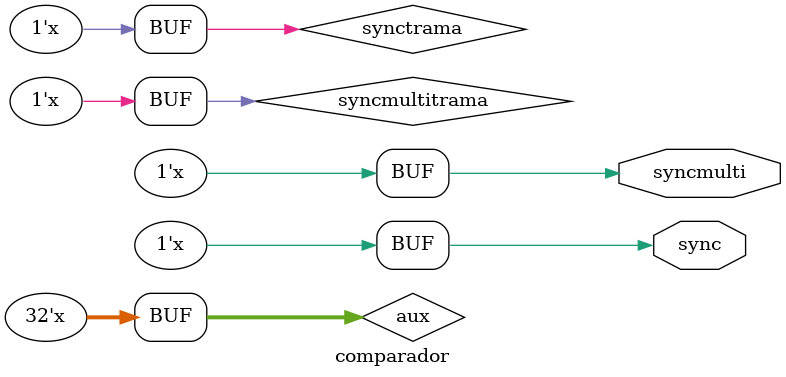
<source format=v>
module comparador (syncmulti, sync);

output wire sync;
output wire syncmulti;

integer aux;
reg synctrama;
reg syncmultitrama;

clockdemux4M clkd();
shift_register_SIPO srSIPO();
aligndemux algnd();
cnt8demux cnt8();

assign sync = synctrama;
assign syncmulti = syncmultitrama;

initial
begin
    aux = 0;     //aux == 0 estado A; aux==1 estado B; aux=2 estado C; aux=3 estado D; aux=4 estado E; aux=5 estado F;
    synctrama = 1;
    syncmultitrama = 1;
end

always @(cnt8.dout==8'h00 || cnt8.dout==8'h80) begin


    if(cnt8.dout==8'h00) begin  //maquina de estados

    case(aux)
        0:
            if(srSIPO.paralelo != algnd.doutalign) begin
                aux=1;
            end
        1:
            if(srSIPO.paralelo != algnd.doutalign) begin
                aux = 2;
            end
            else begin
					 aux = 0;
				end
        2:
            if(srSIPO.paralelo != algnd.doutalign) begin
                aux = 3;
					 synctrama = 0;
					 syncmultitrama = 0;
            end
            else begin
					 aux = 0;
				end
        3:
            if(srSIPO.paralelo == algnd.doutalign) begin
                aux=4;
            end
				else begin
					 synctrama = 0;
					 syncmultitrama = 0;
			   end
        4:
            if(srSIPO.paralelo == algnd.doutalign) begin
                aux = 5;
            end
            else begin 
					 aux = 3;
				end
        5:
            if(srSIPO.paralelo == algnd.doutalign) begin
                aux = 0;
                synctrama = 1;
					 syncmultitrama = 0;
            end
            else begin
					 aux = 3;
				end
        endcase
    end
    else if(cnt8.dout==8'h80 && aux==0) begin // caso esteja em sincronismo podemos detectar a posiçºao da PAMT
        if(srSIPO.paralelo == 8'h0b) begin
            syncmultitrama = 1;
        end
        else begin
            syncmultitrama = 0;
        end
	end
	end
endmodule
</source>
